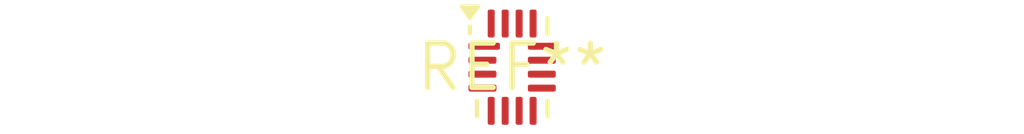
<source format=kicad_pcb>
(kicad_pcb (version 20240108) (generator pcbnew)
  (layers (0 "F.Cu" signal) (31 "B.Cu" signal) (34 "B.Paste" user) (35 "F.Paste" user) (36 "B.SilkS" user "B.Silkscreen") (37 "F.SilkS" user "F.Silkscreen") (38 "B.Mask" user) (39 "F.Mask" user) (44 "Edge.Cuts" user))
  (net 0 "")
  (footprint "UQFN-16_1.8x2.6mm_P0.4mm" (layer "F.Cu") (at 0 0)
    (property "Reference" "REF**")
    (property "Value" "UQFN-16_1.8x2.6mm_P0.4mm")
    (fp_line (start -1.21 -0.96) (end -1.21 -1.17) (layer "F.SilkS") (stroke (width 0.12)))
    (fp_line (start -1.01 1.41) (end -1.01 0.96) (layer "F.SilkS") (stroke (width 0.12)))
    (fp_line (start 1.01 -1.41) (end 1.01 -0.96) (layer "F.SilkS") (stroke (width 0.12)))
    (fp_line (start 1.01 1.41) (end 1.01 0.96) (layer "F.SilkS") (stroke (width 0.12)))
    (fp_poly (pts (xy -1.21 -1.41) (xy -1.45 -1.74) (xy -0.97 -1.74) (xy -1.21 -1.41)) (layer "F.SilkS") (stroke (width 0.12)) (fill solid))
    (pad "1" smd roundrect (at -0.8 -0.6) (size 0.9 0.2) (layers "F.Cu" "F.Paste" "F.Mask"))
    (pad "2" smd roundrect (at -0.85 -0.2) (size 0.8 0.2) (layers "F.Cu" "F.Paste" "F.Mask"))
    (pad "3" smd roundrect (at -0.85 0.2) (size 0.8 0.2) (layers "F.Cu" "F.Paste" "F.Mask"))
    (pad "4" smd roundrect (at -0.85 0.6) (size 0.8 0.2) (layers "F.Cu" "F.Paste" "F.Mask"))
    (pad "5" smd roundrect (at -0.6 1.25) (size 0.2 0.8) (layers "F.Cu" "F.Paste" "F.Mask"))
    (pad "6" smd roundrect (at -0.2 1.25) (size 0.2 0.8) (layers "F.Cu" "F.Paste" "F.Mask"))
    (pad "7" smd roundrect (at 0.2 1.25) (size 0.2 0.8) (layers "F.Cu" "F.Paste" "F.Mask"))
    (pad "8" smd roundrect (at 0.6 1.25) (size 0.2 0.8) (layers "F.Cu" "F.Paste" "F.Mask"))
    (pad "9" smd roundrect (at 0.85 0.6) (size 0.8 0.2) (layers "F.Cu" "F.Paste" "F.Mask"))
    (pad "10" smd roundrect (at 0.85 0.2) (size 0.8 0.2) (layers "F.Cu" "F.Paste" "F.Mask"))
    (pad "11" smd roundrect (at 0.85 -0.2) (size 0.8 0.2) (layers "F.Cu" "F.Paste" "F.Mask"))
    (pad "12" smd roundrect (at 0.85 -0.6) (size 0.8 0.2) (layers "F.Cu" "F.Paste" "F.Mask"))
    (pad "13" smd roundrect (at 0.6 -1.25) (size 0.2 0.8) (layers "F.Cu" "F.Paste" "F.Mask"))
    (pad "14" smd roundrect (at 0.2 -1.25) (size 0.2 0.8) (layers "F.Cu" "F.Paste" "F.Mask"))
    (pad "15" smd roundrect (at -0.2 -1.25) (size 0.2 0.8) (layers "F.Cu" "F.Paste" "F.Mask"))
    (pad "16" smd roundrect (at -0.6 -1.25) (size 0.2 0.8) (layers "F.Cu" "F.Paste" "F.Mask"))
  )
)
</source>
